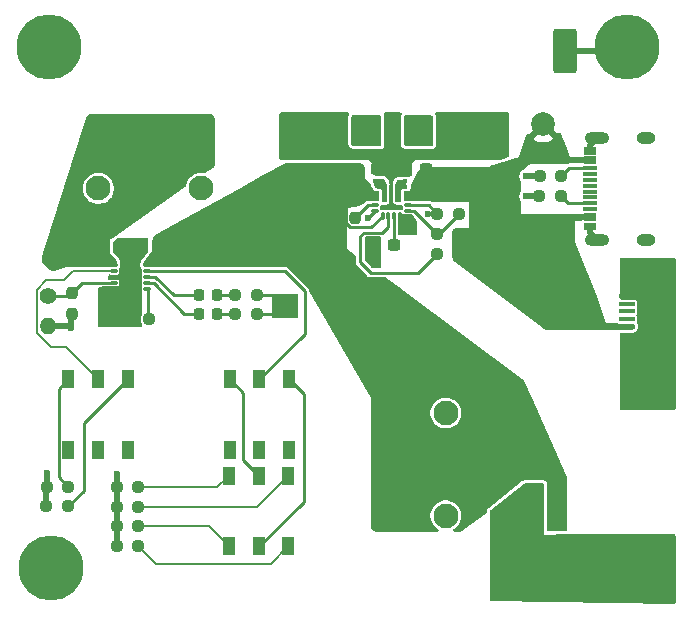
<source format=gtl>
G04 #@! TF.GenerationSoftware,KiCad,Pcbnew,9.0.0*
G04 #@! TF.CreationDate,2025-04-25T18:31:33-04:00*
G04 #@! TF.ProjectId,bq25171_breakout,62713235-3137-4315-9f62-7265616b6f75,rev?*
G04 #@! TF.SameCoordinates,Original*
G04 #@! TF.FileFunction,Copper,L1,Top*
G04 #@! TF.FilePolarity,Positive*
%FSLAX46Y46*%
G04 Gerber Fmt 4.6, Leading zero omitted, Abs format (unit mm)*
G04 Created by KiCad (PCBNEW 9.0.0) date 2025-04-25 18:31:33*
%MOMM*%
%LPD*%
G01*
G04 APERTURE LIST*
G04 Aperture macros list*
%AMRoundRect*
0 Rectangle with rounded corners*
0 $1 Rounding radius*
0 $2 $3 $4 $5 $6 $7 $8 $9 X,Y pos of 4 corners*
0 Add a 4 corners polygon primitive as box body*
4,1,4,$2,$3,$4,$5,$6,$7,$8,$9,$2,$3,0*
0 Add four circle primitives for the rounded corners*
1,1,$1+$1,$2,$3*
1,1,$1+$1,$4,$5*
1,1,$1+$1,$6,$7*
1,1,$1+$1,$8,$9*
0 Add four rect primitives between the rounded corners*
20,1,$1+$1,$2,$3,$4,$5,0*
20,1,$1+$1,$4,$5,$6,$7,0*
20,1,$1+$1,$6,$7,$8,$9,0*
20,1,$1+$1,$8,$9,$2,$3,0*%
G04 Aperture macros list end*
G04 #@! TA.AperFunction,SMDPad,CuDef*
%ADD10RoundRect,0.250000X-1.100000X0.412500X-1.100000X-0.412500X1.100000X-0.412500X1.100000X0.412500X0*%
G04 #@! TD*
G04 #@! TA.AperFunction,SMDPad,CuDef*
%ADD11RoundRect,0.218750X-0.218750X-0.256250X0.218750X-0.256250X0.218750X0.256250X-0.218750X0.256250X0*%
G04 #@! TD*
G04 #@! TA.AperFunction,SMDPad,CuDef*
%ADD12RoundRect,0.006250X0.118750X-0.293750X0.118750X0.293750X-0.118750X0.293750X-0.118750X-0.293750X0*%
G04 #@! TD*
G04 #@! TA.AperFunction,SMDPad,CuDef*
%ADD13RoundRect,0.006250X0.293750X-0.118750X0.293750X0.118750X-0.293750X0.118750X-0.293750X-0.118750X0*%
G04 #@! TD*
G04 #@! TA.AperFunction,SMDPad,CuDef*
%ADD14RoundRect,0.017500X0.332500X-0.407500X0.332500X0.407500X-0.332500X0.407500X-0.332500X-0.407500X0*%
G04 #@! TD*
G04 #@! TA.AperFunction,SMDPad,CuDef*
%ADD15RoundRect,0.008750X0.166250X-0.716250X0.166250X0.716250X-0.166250X0.716250X-0.166250X-0.716250X0*%
G04 #@! TD*
G04 #@! TA.AperFunction,SMDPad,CuDef*
%ADD16RoundRect,0.008750X0.166250X-0.891250X0.166250X0.891250X-0.166250X0.891250X-0.166250X-0.891250X0*%
G04 #@! TD*
G04 #@! TA.AperFunction,SMDPad,CuDef*
%ADD17RoundRect,0.237500X-0.300000X-0.237500X0.300000X-0.237500X0.300000X0.237500X-0.300000X0.237500X0*%
G04 #@! TD*
G04 #@! TA.AperFunction,SMDPad,CuDef*
%ADD18RoundRect,0.250001X-0.499999X-0.999999X0.499999X-0.999999X0.499999X0.999999X-0.499999X0.999999X0*%
G04 #@! TD*
G04 #@! TA.AperFunction,SMDPad,CuDef*
%ADD19RoundRect,0.237500X-0.250000X-0.237500X0.250000X-0.237500X0.250000X0.237500X-0.250000X0.237500X0*%
G04 #@! TD*
G04 #@! TA.AperFunction,SMDPad,CuDef*
%ADD20RoundRect,0.037500X-0.262500X-0.087500X0.262500X-0.087500X0.262500X0.087500X-0.262500X0.087500X0*%
G04 #@! TD*
G04 #@! TA.AperFunction,SMDPad,CuDef*
%ADD21RoundRect,0.041250X-0.258750X-0.096250X0.258750X-0.096250X0.258750X0.096250X-0.258750X0.096250X0*%
G04 #@! TD*
G04 #@! TA.AperFunction,SMDPad,CuDef*
%ADD22R,0.250000X0.500000*%
G04 #@! TD*
G04 #@! TA.AperFunction,SMDPad,CuDef*
%ADD23RoundRect,0.082500X-0.742500X-1.117500X0.742500X-1.117500X0.742500X1.117500X-0.742500X1.117500X0*%
G04 #@! TD*
G04 #@! TA.AperFunction,ComponentPad*
%ADD24C,5.500000*%
G04 #@! TD*
G04 #@! TA.AperFunction,SMDPad,CuDef*
%ADD25R,2.200000X2.000000*%
G04 #@! TD*
G04 #@! TA.AperFunction,SMDPad,CuDef*
%ADD26RoundRect,0.237500X0.237500X-0.250000X0.237500X0.250000X-0.237500X0.250000X-0.237500X-0.250000X0*%
G04 #@! TD*
G04 #@! TA.AperFunction,SMDPad,CuDef*
%ADD27R,1.000000X1.500000*%
G04 #@! TD*
G04 #@! TA.AperFunction,ComponentPad*
%ADD28C,2.100000*%
G04 #@! TD*
G04 #@! TA.AperFunction,SMDPad,CuDef*
%ADD29RoundRect,0.250000X-0.750000X1.650000X-0.750000X-1.650000X0.750000X-1.650000X0.750000X1.650000X0*%
G04 #@! TD*
G04 #@! TA.AperFunction,SMDPad,CuDef*
%ADD30RoundRect,0.237500X0.300000X0.237500X-0.300000X0.237500X-0.300000X-0.237500X0.300000X-0.237500X0*%
G04 #@! TD*
G04 #@! TA.AperFunction,SMDPad,CuDef*
%ADD31RoundRect,0.237500X0.250000X0.237500X-0.250000X0.237500X-0.250000X-0.237500X0.250000X-0.237500X0*%
G04 #@! TD*
G04 #@! TA.AperFunction,ComponentPad*
%ADD32C,2.000000*%
G04 #@! TD*
G04 #@! TA.AperFunction,ComponentPad*
%ADD33C,1.400000*%
G04 #@! TD*
G04 #@! TA.AperFunction,ComponentPad*
%ADD34O,1.400000X1.400000*%
G04 #@! TD*
G04 #@! TA.AperFunction,SMDPad,CuDef*
%ADD35RoundRect,0.250000X-0.475000X0.337500X-0.475000X-0.337500X0.475000X-0.337500X0.475000X0.337500X0*%
G04 #@! TD*
G04 #@! TA.AperFunction,SMDPad,CuDef*
%ADD36R,1.095000X0.300000*%
G04 #@! TD*
G04 #@! TA.AperFunction,SMDPad,CuDef*
%ADD37R,1.150000X0.300000*%
G04 #@! TD*
G04 #@! TA.AperFunction,HeatsinkPad*
%ADD38O,2.100000X1.000000*%
G04 #@! TD*
G04 #@! TA.AperFunction,HeatsinkPad*
%ADD39O,1.600000X1.000000*%
G04 #@! TD*
G04 #@! TA.AperFunction,SMDPad,CuDef*
%ADD40RoundRect,0.100000X0.575000X-0.100000X0.575000X0.100000X-0.575000X0.100000X-0.575000X-0.100000X0*%
G04 #@! TD*
G04 #@! TA.AperFunction,HeatsinkPad*
%ADD41O,1.600000X0.900000*%
G04 #@! TD*
G04 #@! TA.AperFunction,SMDPad,CuDef*
%ADD42RoundRect,0.250000X0.450000X-0.550000X0.450000X0.550000X-0.450000X0.550000X-0.450000X-0.550000X0*%
G04 #@! TD*
G04 #@! TA.AperFunction,SMDPad,CuDef*
%ADD43RoundRect,0.250000X0.700000X-0.700000X0.700000X0.700000X-0.700000X0.700000X-0.700000X-0.700000X0*%
G04 #@! TD*
G04 #@! TA.AperFunction,SMDPad,CuDef*
%ADD44RoundRect,0.250000X-0.250000X-1.500000X0.250000X-1.500000X0.250000X1.500000X-0.250000X1.500000X0*%
G04 #@! TD*
G04 #@! TA.AperFunction,SMDPad,CuDef*
%ADD45RoundRect,0.250001X-0.499999X-1.449999X0.499999X-1.449999X0.499999X1.449999X-0.499999X1.449999X0*%
G04 #@! TD*
G04 #@! TA.AperFunction,SMDPad,CuDef*
%ADD46RoundRect,0.250000X-1.650000X-0.750000X1.650000X-0.750000X1.650000X0.750000X-1.650000X0.750000X0*%
G04 #@! TD*
G04 #@! TA.AperFunction,ViaPad*
%ADD47C,0.600000*%
G04 #@! TD*
G04 #@! TA.AperFunction,ViaPad*
%ADD48C,0.450000*%
G04 #@! TD*
G04 #@! TA.AperFunction,Conductor*
%ADD49C,0.500000*%
G04 #@! TD*
G04 #@! TA.AperFunction,Conductor*
%ADD50C,0.250000*%
G04 #@! TD*
G04 #@! TA.AperFunction,Conductor*
%ADD51C,0.200000*%
G04 #@! TD*
G04 APERTURE END LIST*
D10*
X127130000Y-85487500D03*
X127130000Y-88612500D03*
D11*
X116755000Y-100100000D03*
X118330000Y-100100000D03*
D12*
X132320000Y-91837500D03*
X132820000Y-91837500D03*
X133320000Y-91837500D03*
X133820000Y-91837500D03*
D13*
X134470000Y-91412500D03*
X134470000Y-90912500D03*
D14*
X134470000Y-90162500D03*
X134470000Y-90162500D03*
D15*
X133570000Y-89912500D03*
D16*
X133070000Y-90087500D03*
D15*
X132570000Y-89912500D03*
D14*
X131670000Y-90162500D03*
X131670000Y-90162500D03*
D13*
X131670000Y-90912500D03*
X131670000Y-91412500D03*
D17*
X131567500Y-94250000D03*
X133292500Y-94250000D03*
D18*
X131380000Y-84600000D03*
X135080000Y-84600000D03*
D19*
X109817500Y-118100000D03*
X111642500Y-118100000D03*
D20*
X109580000Y-96000000D03*
X109580000Y-96500000D03*
X109580000Y-97000000D03*
X109580000Y-97500000D03*
X109580000Y-98000000D03*
X112380000Y-98000000D03*
D21*
X112380000Y-97512500D03*
D20*
X112380000Y-97000000D03*
X112380000Y-96500000D03*
X112380000Y-96000000D03*
D22*
X110730000Y-95550000D03*
X110730000Y-98450000D03*
D23*
X110980000Y-97000000D03*
D22*
X111230000Y-95550000D03*
X111230000Y-98450000D03*
D24*
X104230000Y-121650000D03*
D25*
X124030000Y-99400000D03*
X132830000Y-99400000D03*
D26*
X106030000Y-100150000D03*
X106030000Y-98325000D03*
D19*
X119867500Y-98550000D03*
X121692500Y-98550000D03*
X110717500Y-100550000D03*
X112542500Y-100550000D03*
D27*
X124380000Y-105650000D03*
X121880000Y-105650000D03*
X119380000Y-105650000D03*
X119380000Y-111650000D03*
X121880000Y-111650000D03*
X124380000Y-111650000D03*
D19*
X119867500Y-100100000D03*
X121692500Y-100100000D03*
D28*
X116967500Y-84410000D03*
X108267500Y-84410000D03*
X116967500Y-89490000D03*
X108267500Y-89490000D03*
D27*
X119330000Y-119800000D03*
X121830000Y-119800000D03*
X124330000Y-119800000D03*
X124330000Y-113800000D03*
X121830000Y-113800000D03*
X119330000Y-113800000D03*
D10*
X139430000Y-85637500D03*
X139430000Y-88762500D03*
D29*
X147730000Y-77850000D03*
D30*
X110142500Y-94350000D03*
X108417500Y-94350000D03*
D24*
X153030000Y-77500000D03*
D19*
X103867500Y-116400000D03*
X105692500Y-116400000D03*
D17*
X111817500Y-94350000D03*
X113542500Y-94350000D03*
D31*
X138742500Y-93350000D03*
X136917500Y-93350000D03*
D32*
X142930000Y-106650000D03*
D19*
X103880000Y-114750000D03*
X105705000Y-114750000D03*
D24*
X104080000Y-77500000D03*
D11*
X116755000Y-98550000D03*
X118330000Y-98550000D03*
D33*
X104030000Y-98617500D03*
D34*
X104030000Y-101157500D03*
D31*
X147442500Y-88450000D03*
X145617500Y-88450000D03*
D32*
X145930000Y-84050000D03*
D35*
X124480000Y-85962500D03*
X124480000Y-88037500D03*
D24*
X154330000Y-121650000D03*
D36*
X149882500Y-92850000D03*
X149882500Y-92050000D03*
D37*
X149910000Y-90750000D03*
X149910000Y-89750000D03*
X149910000Y-89250000D03*
X149910000Y-88250000D03*
D36*
X149882500Y-86950000D03*
X149882500Y-86150000D03*
X149882500Y-86450000D03*
X149882500Y-87250000D03*
D37*
X149910000Y-87750000D03*
X149910000Y-88750000D03*
X149910000Y-90250000D03*
X149910000Y-91250000D03*
D36*
X149882500Y-91750000D03*
X149882500Y-92550000D03*
D38*
X150475000Y-93820000D03*
D39*
X154655000Y-93820000D03*
D38*
X150475000Y-85180000D03*
D39*
X154655000Y-85180000D03*
D19*
X136917500Y-95050000D03*
X138742500Y-95050000D03*
D26*
X130030000Y-91962500D03*
X130030000Y-90137500D03*
D35*
X142130000Y-86012500D03*
X142130000Y-88087500D03*
D17*
X130167500Y-87850000D03*
X131892500Y-87850000D03*
D19*
X109817500Y-119750000D03*
X111642500Y-119750000D03*
D40*
X153055000Y-101200000D03*
X153055000Y-100550000D03*
X153055000Y-99900000D03*
X153055000Y-99250000D03*
X153055000Y-98600000D03*
D41*
X155730000Y-103200000D03*
D42*
X153280000Y-103100000D03*
D43*
X155730000Y-101100000D03*
X155730000Y-98700000D03*
D42*
X153280000Y-96700000D03*
D41*
X155730000Y-96600000D03*
D28*
X132600000Y-108500000D03*
X132600000Y-117200000D03*
X137680000Y-108500000D03*
X137680000Y-117200000D03*
D32*
X104580000Y-95350000D03*
D19*
X109817500Y-114800000D03*
X111642500Y-114800000D03*
D27*
X105730000Y-111650000D03*
X108230000Y-111650000D03*
X110730000Y-111650000D03*
X110730000Y-105650000D03*
X108230000Y-105650000D03*
X105730000Y-105650000D03*
D31*
X147430000Y-90150000D03*
X145605000Y-90150000D03*
D17*
X134267500Y-87850000D03*
X135992500Y-87850000D03*
D44*
X145030000Y-116537500D03*
X147030000Y-116537500D03*
D45*
X142680000Y-122287500D03*
X149380000Y-122287500D03*
D46*
X154330000Y-107250000D03*
D19*
X109817500Y-116450000D03*
X111642500Y-116450000D03*
D31*
X138792500Y-91650000D03*
X136967500Y-91650000D03*
D47*
X134030000Y-92550000D03*
X141780000Y-85050000D03*
D48*
X133730000Y-91100000D03*
D47*
X131630000Y-95950000D03*
X105930000Y-101337500D03*
X131930000Y-95350000D03*
X142430000Y-85050000D03*
X110630000Y-99250000D03*
X126830000Y-84400000D03*
X137330000Y-85300000D03*
X144430000Y-90150000D03*
X108530000Y-98125000D03*
D48*
X132430000Y-91100000D03*
D47*
X124830000Y-84850000D03*
D48*
X111580000Y-97000000D03*
D47*
X103875650Y-113553957D03*
D48*
X110980000Y-97950000D03*
X110430000Y-97000000D03*
D47*
X131130000Y-91950000D03*
X111330000Y-99250000D03*
X139780000Y-84550000D03*
X124180000Y-84850000D03*
X137330000Y-85950000D03*
X128980000Y-85150000D03*
X144430000Y-88450000D03*
X136130000Y-91650000D03*
X139130000Y-84550000D03*
D48*
X110980000Y-96050000D03*
D47*
X131230000Y-95350000D03*
X128980000Y-85800000D03*
X134730000Y-92650000D03*
X109830000Y-113650000D03*
X127480000Y-84400000D03*
X134330000Y-93150000D03*
D48*
X131980000Y-89350000D03*
D47*
X130030000Y-83700000D03*
D48*
X131730000Y-88850000D03*
X132280000Y-88850000D03*
D47*
X130030000Y-84900000D03*
X130030000Y-85500000D03*
X130030000Y-84300000D03*
X136230000Y-84300000D03*
X136230000Y-83700000D03*
X136230000Y-84900000D03*
D48*
X134230000Y-88850000D03*
D47*
X136230000Y-85500000D03*
D48*
X134237152Y-89362500D03*
X133730000Y-88900000D03*
D49*
X149882500Y-92850000D02*
X149882500Y-93227500D01*
X149882500Y-93227500D02*
X150475000Y-93820000D01*
X149882500Y-86150000D02*
X149882500Y-85772500D01*
X149882500Y-85772500D02*
X150475000Y-85180000D01*
D50*
X118330000Y-98550000D02*
X119867500Y-98550000D01*
X112455000Y-97000000D02*
X113080000Y-97000000D01*
X113080000Y-97000000D02*
X114630000Y-98550000D01*
X114630000Y-98550000D02*
X116755000Y-98550000D01*
X112455000Y-97512500D02*
X112954690Y-97512500D01*
X115542190Y-100100000D02*
X116755000Y-100100000D01*
X112954690Y-97512500D02*
X115542190Y-100100000D01*
X118330000Y-100100000D02*
X119867500Y-100100000D01*
D49*
X103867500Y-114762500D02*
X103880000Y-114750000D01*
X109817500Y-118100000D02*
X109817500Y-116450000D01*
X145605000Y-90150000D02*
X144430000Y-90150000D01*
X105750000Y-101157500D02*
X105930000Y-101337500D01*
X145617500Y-88450000D02*
X144430000Y-88450000D01*
X109817500Y-113662500D02*
X109830000Y-113650000D01*
X103880000Y-114750000D02*
X103880000Y-113558307D01*
X103867500Y-116400000D02*
X103867500Y-114762500D01*
D50*
X108655000Y-98000000D02*
X108530000Y-98125000D01*
D49*
X152680000Y-77850000D02*
X153030000Y-77500000D01*
X104030000Y-101157500D02*
X105750000Y-101157500D01*
X105930000Y-101337500D02*
X105930000Y-100250000D01*
D50*
X134470000Y-90912500D02*
X136230000Y-90912500D01*
D49*
X147730000Y-77850000D02*
X152680000Y-77850000D01*
D50*
X136230000Y-90912500D02*
X136967500Y-91650000D01*
D49*
X105930000Y-100250000D02*
X106030000Y-100150000D01*
X109817500Y-119750000D02*
X109817500Y-118100000D01*
D50*
X131667500Y-91412500D02*
X131130000Y-91950000D01*
D49*
X109817500Y-114800000D02*
X109817500Y-113662500D01*
X103880000Y-113558307D02*
X103875650Y-113553957D01*
D50*
X109505000Y-98000000D02*
X108655000Y-98000000D01*
D49*
X109817500Y-116450000D02*
X109817500Y-114800000D01*
D50*
X131670000Y-91412500D02*
X131667500Y-91412500D01*
X136967500Y-91650000D02*
X136130000Y-91650000D01*
X112455000Y-98000000D02*
X112455000Y-100462500D01*
X112455000Y-100462500D02*
X112542500Y-100550000D01*
X105737500Y-98617500D02*
X106030000Y-98325000D01*
X104030000Y-98617500D02*
X105737500Y-98617500D01*
X106030000Y-98325000D02*
X106855000Y-97500000D01*
X106855000Y-97500000D02*
X109505000Y-97500000D01*
X131381500Y-92776000D02*
X129552510Y-92776000D01*
X129229000Y-92452490D02*
X129229000Y-90938500D01*
X129552510Y-92776000D02*
X129229000Y-92452490D01*
X129229000Y-90938500D02*
X130030000Y-90137500D01*
X132320000Y-91837500D02*
X131381500Y-92776000D01*
X133320000Y-91837500D02*
X133320000Y-94222500D01*
X133320000Y-94222500D02*
X133292500Y-94250000D01*
X149460000Y-87750000D02*
X148142500Y-87750000D01*
X148142500Y-87750000D02*
X147442500Y-88450000D01*
X148030000Y-90750000D02*
X147430000Y-90150000D01*
X149460000Y-90750000D02*
X148030000Y-90750000D01*
X123180000Y-98550000D02*
X124030000Y-99400000D01*
X121692500Y-100100000D02*
X123330000Y-100100000D01*
X121692500Y-98550000D02*
X123180000Y-98550000D01*
X123330000Y-100100000D02*
X124030000Y-99400000D01*
D51*
X111642500Y-116450000D02*
X121680000Y-116450000D01*
X121680000Y-116450000D02*
X124330000Y-113800000D01*
D50*
X107030000Y-109350000D02*
X107030000Y-115062500D01*
X110730000Y-105650000D02*
X107030000Y-109350000D01*
X107030000Y-115062500D02*
X105692500Y-116400000D01*
X131080000Y-90912500D02*
X131670000Y-90912500D01*
X130030000Y-91962500D02*
X131080000Y-90912500D01*
X104904000Y-106476000D02*
X104904000Y-113949000D01*
X104904000Y-113949000D02*
X105705000Y-114750000D01*
X105730000Y-105650000D02*
X104904000Y-106476000D01*
X134470000Y-91412500D02*
X134980000Y-91412500D01*
X134980000Y-91412500D02*
X136917500Y-93350000D01*
X136917500Y-93350000D02*
X137092500Y-93350000D01*
X137092500Y-93350000D02*
X138792500Y-91650000D01*
X132820000Y-91837500D02*
X132820000Y-92736490D01*
X132306490Y-93250000D02*
X130730000Y-93250000D01*
X130730000Y-93250000D02*
X130430000Y-93550000D01*
X130430000Y-93550000D02*
X130430000Y-95750000D01*
X130430000Y-95750000D02*
X131330000Y-96650000D01*
X131330000Y-96650000D02*
X135317500Y-96650000D01*
X135317500Y-96650000D02*
X136917500Y-95050000D01*
X132820000Y-92736490D02*
X132306490Y-93250000D01*
D51*
X118330000Y-114800000D02*
X119330000Y-113800000D01*
X111642500Y-114800000D02*
X118330000Y-114800000D01*
X122880000Y-121250000D02*
X124330000Y-119800000D01*
X113142500Y-121250000D02*
X122880000Y-121250000D01*
X111642500Y-119750000D02*
X113142500Y-121250000D01*
X111642500Y-118100000D02*
X117630000Y-118100000D01*
X117630000Y-118100000D02*
X119330000Y-119800000D01*
X105330000Y-97250000D02*
X106080000Y-96500000D01*
X103029000Y-101748000D02*
X103029000Y-98051000D01*
X103029000Y-98051000D02*
X103830000Y-97250000D01*
X105531000Y-102951000D02*
X104232000Y-102951000D01*
X108230000Y-105650000D02*
X105531000Y-102951000D01*
X106080000Y-96500000D02*
X109505000Y-96500000D01*
X103830000Y-97250000D02*
X105330000Y-97250000D01*
X104232000Y-102951000D02*
X103029000Y-101748000D01*
D50*
X124380000Y-105650000D02*
X125630000Y-106900000D01*
X125630000Y-116000000D02*
X121830000Y-119800000D01*
X125630000Y-106900000D02*
X125630000Y-116000000D01*
X120530000Y-112500000D02*
X121830000Y-113800000D01*
X119380000Y-105650000D02*
X120530000Y-106800000D01*
X120530000Y-106800000D02*
X120530000Y-112500000D01*
X112455000Y-96500000D02*
X124080000Y-96500000D01*
X124080000Y-96500000D02*
X125730000Y-98150000D01*
X125730000Y-101800000D02*
X121880000Y-105650000D01*
X125730000Y-98150000D02*
X125730000Y-101800000D01*
G04 #@! TA.AperFunction,Conductor*
G36*
X132173039Y-83319685D02*
G01*
X132218794Y-83372489D01*
X132230000Y-83424000D01*
X132230000Y-85773544D01*
X132210315Y-85840583D01*
X132157511Y-85886338D01*
X132103569Y-85897520D01*
X129801569Y-85852383D01*
X129734928Y-85831388D01*
X129690217Y-85777697D01*
X129680000Y-85728407D01*
X129680000Y-83424000D01*
X129699685Y-83356961D01*
X129752489Y-83311206D01*
X129804000Y-83300000D01*
X132106000Y-83300000D01*
X132173039Y-83319685D01*
G37*
G04 #@! TD.AperFunction*
G04 #@! TA.AperFunction,Conductor*
G36*
X117643588Y-83151045D02*
G01*
X117748023Y-83164695D01*
X117779077Y-83172954D01*
X117868973Y-83209894D01*
X117896866Y-83225859D01*
X117974244Y-83284660D01*
X117997098Y-83307259D01*
X118056763Y-83383970D01*
X118073041Y-83411682D01*
X118110988Y-83501153D01*
X118119597Y-83532119D01*
X118134419Y-83636393D01*
X118135645Y-83652451D01*
X118176914Y-87325412D01*
X118175512Y-87345454D01*
X118155791Y-87475090D01*
X118143452Y-87513192D01*
X118088115Y-87620695D01*
X118064275Y-87652878D01*
X117970229Y-87744256D01*
X117954732Y-87757043D01*
X117326402Y-88195078D01*
X117260150Y-88217269D01*
X117236090Y-88215830D01*
X117069852Y-88189500D01*
X116865148Y-88189500D01*
X116840829Y-88193351D01*
X116662965Y-88221522D01*
X116468276Y-88284781D01*
X116285886Y-88377715D01*
X116120286Y-88498028D01*
X115975528Y-88642786D01*
X115855215Y-88808386D01*
X115762281Y-88990778D01*
X115699022Y-89185468D01*
X115681618Y-89295349D01*
X115651688Y-89358484D01*
X115630059Y-89377671D01*
X109497755Y-93652764D01*
X109497747Y-93652769D01*
X109280000Y-93804569D01*
X109280000Y-93804571D01*
X109280000Y-94970000D01*
X109395888Y-95109066D01*
X109395889Y-95109067D01*
X109757196Y-95542635D01*
X109769482Y-95560291D01*
X109839307Y-95681945D01*
X109853896Y-95722243D01*
X109878134Y-95860389D01*
X109880000Y-95881818D01*
X109880000Y-95907787D01*
X109877617Y-95931981D01*
X109867303Y-95983827D01*
X109864113Y-95991526D01*
X109864022Y-95996682D01*
X109848790Y-96028521D01*
X109826340Y-96062122D01*
X109792128Y-96096335D01*
X109781254Y-96103601D01*
X109773987Y-96105876D01*
X109772729Y-96106928D01*
X109769222Y-96107368D01*
X109714577Y-96124480D01*
X109712362Y-96124500D01*
X109274503Y-96124500D01*
X109274494Y-96124501D01*
X109250419Y-96127293D01*
X109250415Y-96127294D01*
X109224055Y-96138934D01*
X109173969Y-96149500D01*
X106029561Y-96149500D01*
X106021932Y-96150000D01*
X105479998Y-96150000D01*
X104625314Y-96447280D01*
X104608982Y-96451737D01*
X104500471Y-96473519D01*
X104466753Y-96475594D01*
X104364925Y-96467924D01*
X104331900Y-96460822D01*
X104235921Y-96425955D01*
X104206036Y-96410202D01*
X104116071Y-96345738D01*
X104103015Y-96334961D01*
X103613492Y-95871203D01*
X103601780Y-95858441D01*
X103531235Y-95769874D01*
X103513681Y-95740106D01*
X103473676Y-95643605D01*
X103465023Y-95610155D01*
X103453207Y-95506367D01*
X103454121Y-95471819D01*
X103472859Y-95360157D01*
X103476912Y-95343316D01*
X103594880Y-94970000D01*
X105358903Y-89387648D01*
X106967000Y-89387648D01*
X106967000Y-89592351D01*
X106999022Y-89794534D01*
X107062281Y-89989223D01*
X107155215Y-90171613D01*
X107275528Y-90337213D01*
X107420286Y-90481971D01*
X107575249Y-90594556D01*
X107585890Y-90602287D01*
X107702107Y-90661503D01*
X107768276Y-90695218D01*
X107768278Y-90695218D01*
X107768281Y-90695220D01*
X107872637Y-90729127D01*
X107962965Y-90758477D01*
X108064057Y-90774488D01*
X108165148Y-90790500D01*
X108165149Y-90790500D01*
X108369851Y-90790500D01*
X108369852Y-90790500D01*
X108572034Y-90758477D01*
X108766719Y-90695220D01*
X108949110Y-90602287D01*
X109042090Y-90534732D01*
X109114713Y-90481971D01*
X109114715Y-90481968D01*
X109114719Y-90481966D01*
X109259466Y-90337219D01*
X109259468Y-90337215D01*
X109259471Y-90337213D01*
X109312232Y-90264590D01*
X109379787Y-90171610D01*
X109472720Y-89989219D01*
X109535977Y-89794534D01*
X109568000Y-89592352D01*
X109568000Y-89387648D01*
X109535977Y-89185466D01*
X109472720Y-88990781D01*
X109472718Y-88990778D01*
X109472718Y-88990776D01*
X109439003Y-88924607D01*
X109379787Y-88808390D01*
X109372056Y-88797749D01*
X109259471Y-88642786D01*
X109114713Y-88498028D01*
X108949113Y-88377715D01*
X108949112Y-88377714D01*
X108949110Y-88377713D01*
X108892153Y-88348691D01*
X108766723Y-88284781D01*
X108572034Y-88221522D01*
X108397495Y-88193878D01*
X108369852Y-88189500D01*
X108165148Y-88189500D01*
X108140829Y-88193351D01*
X107962965Y-88221522D01*
X107768276Y-88284781D01*
X107585886Y-88377715D01*
X107420286Y-88498028D01*
X107275528Y-88642786D01*
X107155215Y-88808386D01*
X107062281Y-88990776D01*
X106999022Y-89185465D01*
X106967000Y-89387648D01*
X105358903Y-89387648D01*
X107216651Y-83508698D01*
X107223998Y-83490573D01*
X107281238Y-83376238D01*
X107303991Y-83344520D01*
X107386938Y-83260729D01*
X107418424Y-83237657D01*
X107523320Y-83183809D01*
X107560417Y-83171673D01*
X107672006Y-83153884D01*
X107686673Y-83151546D01*
X107706194Y-83150000D01*
X117627519Y-83150000D01*
X117643588Y-83151045D01*
G37*
G04 #@! TD.AperFunction*
G04 #@! TA.AperFunction,Conductor*
G36*
X129533735Y-87322797D02*
G01*
X129536171Y-87322814D01*
X129538647Y-87322843D01*
X130336107Y-87334291D01*
X130355246Y-87336056D01*
X130479023Y-87357253D01*
X130515356Y-87369489D01*
X130618073Y-87422975D01*
X130648937Y-87445730D01*
X130730403Y-87528043D01*
X130731609Y-87529714D01*
X130732545Y-87530263D01*
X130752838Y-87559140D01*
X130805259Y-87662403D01*
X130817121Y-87698869D01*
X130837034Y-87822848D01*
X130838602Y-87842014D01*
X130841648Y-88600271D01*
X130841649Y-88600273D01*
X131264595Y-89004830D01*
X131286270Y-89032437D01*
X131293931Y-89045706D01*
X131304492Y-89069442D01*
X131307205Y-89077807D01*
X131381645Y-89245297D01*
X131487170Y-89482729D01*
X131497543Y-89501272D01*
X131510043Y-89523618D01*
X131535660Y-89560916D01*
X131535670Y-89560930D01*
X131565619Y-89596952D01*
X131572761Y-89604094D01*
X131592465Y-89629772D01*
X131596648Y-89637016D01*
X131599505Y-89641964D01*
X131688036Y-89730495D01*
X131796464Y-89793095D01*
X131917399Y-89825500D01*
X131917402Y-89825500D01*
X131923093Y-89827025D01*
X131982753Y-89863390D01*
X132013282Y-89926237D01*
X132014999Y-89946800D01*
X132014999Y-90270975D01*
X132013468Y-90290401D01*
X132012972Y-90293528D01*
X132000988Y-90330397D01*
X131960506Y-90409847D01*
X131937703Y-90441233D01*
X131878253Y-90500682D01*
X131816933Y-90534166D01*
X131790574Y-90537000D01*
X131719436Y-90537000D01*
X131719435Y-90537000D01*
X131129436Y-90537000D01*
X131030564Y-90537000D01*
X131023567Y-90538875D01*
X130935060Y-90562590D01*
X130935059Y-90562591D01*
X130849436Y-90612026D01*
X130849437Y-90612026D01*
X130798479Y-90662984D01*
X130668485Y-90792977D01*
X130625318Y-90821030D01*
X130098935Y-91023486D01*
X130090833Y-91026284D01*
X130037114Y-91042786D01*
X130020431Y-91046673D01*
X129964946Y-91055615D01*
X129956444Y-91056686D01*
X129351755Y-91111659D01*
X129351755Y-91475386D01*
X129343937Y-91518719D01*
X129310750Y-91607697D01*
X129310748Y-91607704D01*
X129304500Y-91665809D01*
X129304500Y-92259190D01*
X129310748Y-92317299D01*
X129343937Y-92406279D01*
X129351755Y-92449613D01*
X129351755Y-94650000D01*
X130003401Y-95123596D01*
X130046058Y-95178930D01*
X130054500Y-95223901D01*
X130054500Y-95799437D01*
X130066301Y-95843481D01*
X130080088Y-95894934D01*
X130080089Y-95894937D01*
X130080090Y-95894938D01*
X130099790Y-95929059D01*
X130129526Y-95980563D01*
X131029525Y-96880562D01*
X131099438Y-96950475D01*
X131185062Y-96999910D01*
X131232811Y-97012705D01*
X131232812Y-97012705D01*
X131242903Y-97015408D01*
X131280564Y-97025500D01*
X131280565Y-97025500D01*
X131280566Y-97025500D01*
X132580035Y-97025500D01*
X132647074Y-97045185D01*
X132652935Y-97049193D01*
X133968163Y-98005059D01*
X134027115Y-98047903D01*
X134027430Y-98048132D01*
X134029628Y-98049740D01*
X134030276Y-98050217D01*
X134032505Y-98051870D01*
X134032809Y-98052097D01*
X134163986Y-98150000D01*
X144169526Y-105617549D01*
X144181525Y-105627752D01*
X144255635Y-105699370D01*
X144275295Y-105723914D01*
X144329003Y-105811866D01*
X144336343Y-105825807D01*
X144974172Y-107250000D01*
X147883656Y-113746519D01*
X147888355Y-113758691D01*
X147914890Y-113839904D01*
X147920336Y-113865386D01*
X147929314Y-113950357D01*
X147930000Y-113963386D01*
X147930000Y-118250245D01*
X147928512Y-118269399D01*
X147909276Y-118392438D01*
X147879472Y-118455632D01*
X147820235Y-118492681D01*
X147789239Y-118497259D01*
X146411975Y-118524755D01*
X146344556Y-118506413D01*
X146297756Y-118454533D01*
X146285500Y-118400780D01*
X146285500Y-114574000D01*
X146279661Y-114519687D01*
X146268455Y-114468176D01*
X146261219Y-114441802D01*
X146261216Y-114441796D01*
X146211894Y-114355181D01*
X146211890Y-114355176D01*
X146211888Y-114355172D01*
X146166133Y-114302368D01*
X146133359Y-114270743D01*
X146045024Y-114224535D01*
X146045023Y-114224534D01*
X146045022Y-114224534D01*
X146045022Y-114224533D01*
X145977990Y-114204851D01*
X145977978Y-114204848D01*
X145906001Y-114194500D01*
X145906000Y-114194500D01*
X144373204Y-114194500D01*
X144371970Y-114194530D01*
X144360518Y-114194814D01*
X144348231Y-114195425D01*
X144264973Y-114213805D01*
X144200212Y-114240041D01*
X144137385Y-114276661D01*
X141318181Y-116512581D01*
X141318178Y-116512584D01*
X141287538Y-116541288D01*
X141287530Y-116541296D01*
X141260275Y-116571402D01*
X141250743Y-116582559D01*
X141250743Y-116582560D01*
X141204534Y-116670896D01*
X141204533Y-116670897D01*
X141184851Y-116737929D01*
X141184848Y-116737941D01*
X141174500Y-116809918D01*
X141174500Y-116830198D01*
X141154815Y-116897237D01*
X141126372Y-116928277D01*
X139173199Y-118439222D01*
X139156104Y-118450327D01*
X139083782Y-118489259D01*
X139038964Y-118513385D01*
X139000509Y-118526523D01*
X138893989Y-118544217D01*
X138869265Y-118548324D01*
X138848948Y-118550000D01*
X138411569Y-118550000D01*
X138344530Y-118530315D01*
X138298775Y-118477511D01*
X138288831Y-118408353D01*
X138317856Y-118344797D01*
X138355274Y-118315514D01*
X138361610Y-118312287D01*
X138420641Y-118269399D01*
X138527213Y-118191971D01*
X138527215Y-118191968D01*
X138527219Y-118191966D01*
X138671966Y-118047219D01*
X138671968Y-118047215D01*
X138671971Y-118047213D01*
X138724732Y-117974590D01*
X138792287Y-117881610D01*
X138885220Y-117699219D01*
X138948477Y-117504534D01*
X138980500Y-117302352D01*
X138980500Y-117097648D01*
X138948477Y-116895466D01*
X138885220Y-116700781D01*
X138885218Y-116700778D01*
X138885218Y-116700776D01*
X138851503Y-116634607D01*
X138792287Y-116518390D01*
X138784556Y-116507749D01*
X138671971Y-116352786D01*
X138527213Y-116208028D01*
X138361613Y-116087715D01*
X138361612Y-116087714D01*
X138361610Y-116087713D01*
X138304653Y-116058691D01*
X138179223Y-115994781D01*
X137984534Y-115931522D01*
X137809995Y-115903878D01*
X137782352Y-115899500D01*
X137577648Y-115899500D01*
X137553329Y-115903351D01*
X137375465Y-115931522D01*
X137180776Y-115994781D01*
X136998386Y-116087715D01*
X136832786Y-116208028D01*
X136688028Y-116352786D01*
X136567715Y-116518386D01*
X136474781Y-116700776D01*
X136411522Y-116895465D01*
X136379500Y-117097648D01*
X136379500Y-117302351D01*
X136411522Y-117504534D01*
X136474781Y-117699223D01*
X136567715Y-117881613D01*
X136688028Y-118047213D01*
X136832786Y-118191971D01*
X136998385Y-118312284D01*
X136998387Y-118312285D01*
X136998390Y-118312287D01*
X137004724Y-118315514D01*
X137055521Y-118363488D01*
X137072317Y-118431309D01*
X137049781Y-118497444D01*
X136995066Y-118540896D01*
X136948431Y-118550000D01*
X131838126Y-118550000D01*
X131821941Y-118548939D01*
X131808917Y-118547224D01*
X131716775Y-118535093D01*
X131685508Y-118526715D01*
X131595081Y-118489259D01*
X131567048Y-118473074D01*
X131489398Y-118413491D01*
X131466508Y-118390601D01*
X131445703Y-118363488D01*
X131426549Y-118338526D01*
X131406925Y-118312951D01*
X131390740Y-118284918D01*
X131353284Y-118194491D01*
X131344906Y-118163223D01*
X131331061Y-118058059D01*
X131330000Y-118041874D01*
X131330000Y-108397648D01*
X136379500Y-108397648D01*
X136379500Y-108602351D01*
X136411522Y-108804534D01*
X136474781Y-108999223D01*
X136567715Y-109181613D01*
X136688028Y-109347213D01*
X136832786Y-109491971D01*
X136987749Y-109604556D01*
X136998390Y-109612287D01*
X137114607Y-109671503D01*
X137180776Y-109705218D01*
X137180778Y-109705218D01*
X137180781Y-109705220D01*
X137285137Y-109739127D01*
X137375465Y-109768477D01*
X137476557Y-109784488D01*
X137577648Y-109800500D01*
X137577649Y-109800500D01*
X137782351Y-109800500D01*
X137782352Y-109800500D01*
X137984534Y-109768477D01*
X138179219Y-109705220D01*
X138361610Y-109612287D01*
X138454590Y-109544732D01*
X138527213Y-109491971D01*
X138527215Y-109491968D01*
X138527219Y-109491966D01*
X138671966Y-109347219D01*
X138671968Y-109347215D01*
X138671971Y-109347213D01*
X138724732Y-109274590D01*
X138792287Y-109181610D01*
X138885220Y-108999219D01*
X138948477Y-108804534D01*
X138980500Y-108602352D01*
X138980500Y-108397648D01*
X138948477Y-108195466D01*
X138885220Y-108000781D01*
X138885218Y-108000778D01*
X138885218Y-108000776D01*
X138851503Y-107934607D01*
X138792287Y-107818390D01*
X138784556Y-107807749D01*
X138671971Y-107652786D01*
X138527213Y-107508028D01*
X138361613Y-107387715D01*
X138361612Y-107387714D01*
X138361610Y-107387713D01*
X138304653Y-107358691D01*
X138179223Y-107294781D01*
X137984534Y-107231522D01*
X137809995Y-107203878D01*
X137782352Y-107199500D01*
X137577648Y-107199500D01*
X137553329Y-107203351D01*
X137375465Y-107231522D01*
X137180776Y-107294781D01*
X136998386Y-107387715D01*
X136832786Y-107508028D01*
X136688028Y-107652786D01*
X136567715Y-107818386D01*
X136474781Y-108000776D01*
X136411522Y-108195465D01*
X136379500Y-108397648D01*
X131330000Y-108397648D01*
X131330000Y-107250000D01*
X131329999Y-107249999D01*
X131301142Y-107199500D01*
X126130000Y-98150000D01*
X126129994Y-98149994D01*
X126126601Y-98145437D01*
X126106276Y-98103464D01*
X126105500Y-98100567D01*
X126105500Y-98100565D01*
X126079910Y-98005062D01*
X126030475Y-97919438D01*
X125960562Y-97849525D01*
X124310563Y-96199526D01*
X124310562Y-96199525D01*
X124280093Y-96181933D01*
X124248081Y-96163451D01*
X124248077Y-96163449D01*
X124225794Y-96150584D01*
X124225238Y-96150000D01*
X124224602Y-96150000D01*
X124200734Y-96143604D01*
X124200733Y-96143604D01*
X124139859Y-96127293D01*
X124129436Y-96124500D01*
X124129435Y-96124500D01*
X112405565Y-96124500D01*
X112405563Y-96124500D01*
X112179500Y-96124500D01*
X112170814Y-96121949D01*
X112161853Y-96123238D01*
X112137812Y-96112259D01*
X112112461Y-96104815D01*
X112106533Y-96097974D01*
X112098297Y-96094213D01*
X112084007Y-96071978D01*
X112066706Y-96052011D01*
X112064418Y-96041496D01*
X112060523Y-96035435D01*
X112055500Y-96000500D01*
X112055500Y-95881481D01*
X112069035Y-95825147D01*
X112113794Y-95737379D01*
X112123967Y-95720795D01*
X112734368Y-94881494D01*
X112830000Y-94750000D01*
X112830000Y-93900026D01*
X112831091Y-93883612D01*
X112832649Y-93871939D01*
X112845333Y-93776972D01*
X112853946Y-93745304D01*
X112892448Y-93653805D01*
X112909068Y-93625509D01*
X112970238Y-93547317D01*
X112993704Y-93524373D01*
X113079908Y-93460002D01*
X113093699Y-93451065D01*
X114599482Y-92611494D01*
X120177717Y-89501272D01*
X120180004Y-89500007D01*
X120182311Y-89498744D01*
X122227430Y-88387816D01*
X124110531Y-87364897D01*
X124124616Y-87358354D01*
X124219378Y-87321365D01*
X124249471Y-87313788D01*
X124296329Y-87308082D01*
X124310074Y-87306409D01*
X124325062Y-87305500D01*
X125509951Y-87305500D01*
X129533735Y-87322797D01*
G37*
G04 #@! TD.AperFunction*
G04 #@! TA.AperFunction,Conductor*
G36*
X145464075Y-84242993D02*
G01*
X145529901Y-84357007D01*
X145622993Y-84450099D01*
X145737007Y-84515925D01*
X145800590Y-84532962D01*
X145060893Y-85272658D01*
X145143828Y-85332914D01*
X145354197Y-85440102D01*
X145578752Y-85513065D01*
X145578751Y-85513065D01*
X145811948Y-85550000D01*
X146048052Y-85550000D01*
X146281247Y-85513065D01*
X146505802Y-85440102D01*
X146716163Y-85332918D01*
X146716169Y-85332914D01*
X146799104Y-85272658D01*
X146799105Y-85272658D01*
X146059408Y-84532962D01*
X146122993Y-84515925D01*
X146237007Y-84450099D01*
X146330099Y-84357007D01*
X146395925Y-84242993D01*
X146412962Y-84179409D01*
X147152658Y-84919105D01*
X147152658Y-84919104D01*
X147212914Y-84836169D01*
X147212920Y-84836159D01*
X147214780Y-84832511D01*
X147262753Y-84781714D01*
X147330574Y-84764917D01*
X147396709Y-84787453D01*
X147440162Y-84842167D01*
X147440545Y-84843122D01*
X147923548Y-86062019D01*
X148218975Y-86807553D01*
X143883554Y-86798815D01*
X144494817Y-84960376D01*
X144534645Y-84902978D01*
X144599188Y-84876220D01*
X144667951Y-84888604D01*
X144703584Y-84918809D01*
X144707340Y-84919105D01*
X145447037Y-84179408D01*
X145464075Y-84242993D01*
G37*
G04 #@! TD.AperFunction*
G04 #@! TA.AperFunction,Conductor*
G36*
X132173039Y-93569685D02*
G01*
X132218794Y-93622489D01*
X132230000Y-93674000D01*
X132230000Y-96126000D01*
X132210315Y-96193039D01*
X132157511Y-96238794D01*
X132106000Y-96250000D01*
X131487032Y-96250000D01*
X131419993Y-96230315D01*
X131392884Y-96206698D01*
X130859852Y-95584827D01*
X130831169Y-95521116D01*
X130830000Y-95504129D01*
X130830000Y-93674000D01*
X130849685Y-93606961D01*
X130902489Y-93561206D01*
X130954000Y-93550000D01*
X132106000Y-93550000D01*
X132173039Y-93569685D01*
G37*
G04 #@! TD.AperFunction*
G04 #@! TA.AperFunction,Conductor*
G36*
X133896499Y-91555244D02*
G01*
X133915112Y-91555486D01*
X133944331Y-91569289D01*
X133945677Y-91569685D01*
X133946398Y-91570266D01*
X133947024Y-91570562D01*
X133957464Y-91577464D01*
X134030000Y-91650000D01*
X134067179Y-91650000D01*
X134098280Y-91670562D01*
X134098783Y-91670897D01*
X134114152Y-91681166D01*
X134129485Y-91684215D01*
X134160575Y-91690400D01*
X134418971Y-91690399D01*
X134418981Y-91690400D01*
X134433414Y-91690400D01*
X134781126Y-91690400D01*
X134848165Y-91710085D01*
X134888788Y-91752879D01*
X135213662Y-92321408D01*
X135230000Y-92382929D01*
X135230000Y-93326000D01*
X135210315Y-93393039D01*
X135157511Y-93438794D01*
X135106000Y-93450000D01*
X133754000Y-93450000D01*
X133686961Y-93430315D01*
X133641206Y-93377511D01*
X133630000Y-93326000D01*
X133630000Y-91674000D01*
X133649685Y-91606961D01*
X133702489Y-91561206D01*
X133754000Y-91550000D01*
X133878638Y-91550000D01*
X133896499Y-91555244D01*
G37*
G04 #@! TD.AperFunction*
G04 #@! TA.AperFunction,Conductor*
G36*
X149211083Y-86818500D02*
G01*
X149212935Y-86819713D01*
X149237260Y-86835966D01*
X149310321Y-86850499D01*
X149310324Y-86850500D01*
X149851049Y-86850500D01*
X149869203Y-86855830D01*
X149888123Y-86856172D01*
X149916304Y-86869661D01*
X149918088Y-86870185D01*
X149919934Y-86871394D01*
X149921841Y-86872669D01*
X149956056Y-86906902D01*
X149993413Y-86962851D01*
X150011917Y-87007573D01*
X150025011Y-87073564D01*
X150024987Y-87121953D01*
X150011819Y-87187971D01*
X149993283Y-87232657D01*
X149955855Y-87288613D01*
X149949960Y-87294502D01*
X149947901Y-87299228D01*
X149921634Y-87322803D01*
X149912904Y-87328631D01*
X149846218Y-87349481D01*
X149844056Y-87349500D01*
X149310324Y-87349500D01*
X149237261Y-87364033D01*
X149234778Y-87365062D01*
X149187327Y-87374500D01*
X148093063Y-87374500D01*
X148086641Y-87376221D01*
X148086637Y-87376222D01*
X148029034Y-87391656D01*
X147996892Y-87395881D01*
X144852886Y-87394607D01*
X144713342Y-87505747D01*
X144713341Y-87505746D01*
X144713328Y-87505758D01*
X144220569Y-87898218D01*
X144220545Y-87898236D01*
X144220546Y-87898237D01*
X144029999Y-88050000D01*
X144019158Y-88072495D01*
X143995140Y-88106335D01*
X143989495Y-88111980D01*
X143989488Y-88111988D01*
X143917017Y-88237511D01*
X143917016Y-88237515D01*
X143879500Y-88377525D01*
X143879500Y-88522475D01*
X143917016Y-88662485D01*
X143917017Y-88662488D01*
X143989488Y-88788011D01*
X143989493Y-88788017D01*
X143993681Y-88792205D01*
X144027166Y-88853528D01*
X144030000Y-88879886D01*
X144030000Y-89720114D01*
X144010315Y-89787153D01*
X143993681Y-89807795D01*
X143989493Y-89811982D01*
X143989488Y-89811988D01*
X143917017Y-89937511D01*
X143917016Y-89937515D01*
X143879500Y-90077525D01*
X143879500Y-90222475D01*
X143917016Y-90362485D01*
X143917017Y-90362488D01*
X143989488Y-90488011D01*
X143989493Y-90488017D01*
X143993681Y-90492205D01*
X144027166Y-90553528D01*
X144030000Y-90579886D01*
X144030000Y-91650000D01*
X149299158Y-91650000D01*
X149309336Y-91650500D01*
X149720303Y-91650500D01*
X149744484Y-91652881D01*
X149820618Y-91668024D01*
X149865308Y-91686535D01*
X149921626Y-91724166D01*
X149955833Y-91758373D01*
X149993462Y-91814688D01*
X150011976Y-91859387D01*
X150025188Y-91925809D01*
X150025188Y-91934146D01*
X150027077Y-91938948D01*
X150025188Y-91974191D01*
X150011976Y-92040612D01*
X149993463Y-92085309D01*
X149987397Y-92094388D01*
X149981088Y-92099660D01*
X149979591Y-92102523D01*
X149973541Y-92105967D01*
X149933786Y-92139194D01*
X149884293Y-92149500D01*
X149310323Y-92149500D01*
X149237264Y-92164032D01*
X149237260Y-92164034D01*
X149144244Y-92226184D01*
X149142365Y-92223373D01*
X149098793Y-92247166D01*
X149072435Y-92250000D01*
X148630000Y-92250000D01*
X148630000Y-93994444D01*
X150526496Y-98841046D01*
X150526899Y-98842090D01*
X150529513Y-98848952D01*
X150530302Y-98851082D01*
X150532835Y-98858116D01*
X150533207Y-98859165D01*
X151229999Y-100850000D01*
X151230000Y-100850000D01*
X152132956Y-100850000D01*
X152199995Y-100869685D01*
X152220637Y-100886319D01*
X152273514Y-100939196D01*
X152273515Y-100939196D01*
X152273517Y-100939198D01*
X152378607Y-100990573D01*
X152412673Y-100995536D01*
X152446739Y-101000500D01*
X153598499Y-101000500D01*
X153628956Y-101009443D01*
X153659860Y-101016746D01*
X153662245Y-101019218D01*
X153665538Y-101020185D01*
X153686319Y-101044168D01*
X153708375Y-101067026D01*
X153709919Y-101071403D01*
X153711293Y-101072989D01*
X153720114Y-101100302D01*
X153725188Y-101125813D01*
X153725188Y-101174191D01*
X153711976Y-101240612D01*
X153693462Y-101285311D01*
X153655836Y-101341623D01*
X153621623Y-101375836D01*
X153565311Y-101413462D01*
X153520612Y-101431976D01*
X153441980Y-101447617D01*
X153417789Y-101450000D01*
X151230000Y-101450000D01*
X146207861Y-101450000D01*
X146187874Y-101448378D01*
X146158456Y-101443573D01*
X146058708Y-101427281D01*
X146020811Y-101414562D01*
X145905065Y-101353463D01*
X145888146Y-101342699D01*
X143537916Y-99564962D01*
X138435990Y-95705812D01*
X138421717Y-95693179D01*
X138335127Y-95603763D01*
X138313183Y-95572728D01*
X138262054Y-95469944D01*
X138250541Y-95433721D01*
X138231465Y-95310722D01*
X138230000Y-95291718D01*
X138230000Y-93358125D01*
X138231061Y-93341940D01*
X138244906Y-93236776D01*
X138253284Y-93205508D01*
X138290740Y-93115081D01*
X138306923Y-93087050D01*
X138366513Y-93009392D01*
X138389392Y-92986513D01*
X138467050Y-92926923D01*
X138495079Y-92910740D01*
X138585509Y-92873283D01*
X138616775Y-92864906D01*
X138721941Y-92851061D01*
X138738126Y-92850000D01*
X139630000Y-92850000D01*
X139630000Y-90593723D01*
X139130000Y-90593723D01*
X136462087Y-90593723D01*
X136420850Y-90586665D01*
X136410026Y-90582848D01*
X136374938Y-90562590D01*
X136286433Y-90538875D01*
X136281811Y-90537636D01*
X136281807Y-90537635D01*
X136279437Y-90537000D01*
X136279436Y-90537000D01*
X136279435Y-90537000D01*
X134420565Y-90537000D01*
X134420562Y-90537000D01*
X134386087Y-90537000D01*
X134373082Y-90533877D01*
X134363198Y-90534869D01*
X134329791Y-90523484D01*
X134324339Y-90520706D01*
X134292954Y-90497903D01*
X134225820Y-90430769D01*
X134203016Y-90399382D01*
X134159912Y-90314785D01*
X134147924Y-90277888D01*
X134131527Y-90174359D01*
X134130000Y-90154962D01*
X134130000Y-90012645D01*
X134131736Y-89991970D01*
X134140300Y-89941325D01*
X134170886Y-89878506D01*
X134230580Y-89842196D01*
X134262564Y-89838000D01*
X134299751Y-89838000D01*
X134299753Y-89838000D01*
X134420688Y-89805595D01*
X134529116Y-89742995D01*
X134617647Y-89654464D01*
X134680247Y-89546036D01*
X134712652Y-89425101D01*
X134712652Y-89299899D01*
X134709608Y-89288538D01*
X134711267Y-89218690D01*
X134720977Y-89196240D01*
X135357778Y-88050000D01*
X135433115Y-87914394D01*
X135442055Y-87900556D01*
X135506396Y-87814150D01*
X135529350Y-87790619D01*
X135607590Y-87729292D01*
X135635914Y-87712625D01*
X135727520Y-87674015D01*
X135759234Y-87665377D01*
X135838621Y-87654758D01*
X135866024Y-87651094D01*
X135882462Y-87650000D01*
X141329999Y-87650000D01*
X141330000Y-87650000D01*
X141397489Y-87627502D01*
X141397496Y-87627501D01*
X141406973Y-87624342D01*
X141406975Y-87624342D01*
X143646158Y-86877947D01*
X143646157Y-86877947D01*
X143883554Y-86798815D01*
X148218975Y-86807553D01*
X148215512Y-86798815D01*
X149144044Y-86798815D01*
X149211083Y-86818500D01*
G37*
G04 #@! TD.AperFunction*
G04 #@! TA.AperFunction,Conductor*
G36*
X145973039Y-114469685D02*
G01*
X146018794Y-114522489D01*
X146030000Y-114574000D01*
X146030000Y-118787932D01*
X147928748Y-118750025D01*
X147931223Y-118750000D01*
X157005500Y-118750000D01*
X157072539Y-118769685D01*
X157118294Y-118822489D01*
X157129500Y-118874000D01*
X157129500Y-124525500D01*
X157126949Y-124534185D01*
X157128238Y-124543147D01*
X157117259Y-124567187D01*
X157109815Y-124592539D01*
X157102974Y-124598466D01*
X157099213Y-124606703D01*
X157076978Y-124620992D01*
X157057011Y-124638294D01*
X157046496Y-124640581D01*
X157040435Y-124644477D01*
X157005500Y-124649500D01*
X156991814Y-124649500D01*
X156990224Y-124649490D01*
X141552410Y-124451569D01*
X141485629Y-124431026D01*
X141440555Y-124377640D01*
X141430000Y-124327579D01*
X141430000Y-116809920D01*
X141449685Y-116742881D01*
X141476947Y-116712766D01*
X144296151Y-114476846D01*
X144360908Y-114450611D01*
X144373204Y-114450000D01*
X145906000Y-114450000D01*
X145973039Y-114469685D01*
G37*
G04 #@! TD.AperFunction*
G04 #@! TA.AperFunction,Conductor*
G36*
X112423039Y-93719685D02*
G01*
X112468794Y-93772489D01*
X112480000Y-93824000D01*
X112480000Y-94756529D01*
X112460315Y-94823568D01*
X112456283Y-94829462D01*
X112210662Y-95167190D01*
X112198061Y-95181938D01*
X112029999Y-95350000D01*
X112017230Y-95413845D01*
X111995922Y-95462457D01*
X111917341Y-95570507D01*
X111906177Y-95587199D01*
X111895997Y-95603794D01*
X111886189Y-95621292D01*
X111841423Y-95709072D01*
X111820607Y-95765450D01*
X111820604Y-95765459D01*
X111807070Y-95821791D01*
X111807069Y-95821792D01*
X111800000Y-95881480D01*
X111800000Y-96000499D01*
X111802600Y-96036858D01*
X111802601Y-96036862D01*
X111807624Y-96071797D01*
X111807632Y-96071846D01*
X111809081Y-96080793D01*
X111810819Y-96085211D01*
X111814974Y-96095773D01*
X111814760Y-96095820D01*
X111817048Y-96106335D01*
X111824280Y-96132694D01*
X111841167Y-96162351D01*
X111844413Y-96170601D01*
X111845578Y-96173562D01*
X111861099Y-96197715D01*
X111862901Y-96200519D01*
X111873610Y-96219325D01*
X111878945Y-96225482D01*
X111883359Y-96232350D01*
X111903922Y-96258821D01*
X111912423Y-96280424D01*
X111924977Y-96299958D01*
X111927779Y-96319449D01*
X111929506Y-96323837D01*
X111930000Y-96334893D01*
X111930000Y-96366954D01*
X111927618Y-96391142D01*
X111927100Y-96393748D01*
X111927100Y-96606252D01*
X111927100Y-96606254D01*
X111927099Y-96606254D01*
X111927616Y-96608848D01*
X111930000Y-96633044D01*
X111930000Y-96866954D01*
X111927618Y-96891142D01*
X111927100Y-96893748D01*
X111927100Y-97106252D01*
X111927100Y-97106254D01*
X111927099Y-97106254D01*
X111927616Y-97108848D01*
X111930000Y-97133044D01*
X111930000Y-97370331D01*
X111927618Y-97394519D01*
X111927100Y-97397123D01*
X111927100Y-97627871D01*
X111927618Y-97630471D01*
X111930000Y-97654661D01*
X111930000Y-97866954D01*
X111927618Y-97891142D01*
X111927100Y-97893748D01*
X111927100Y-98106252D01*
X111927100Y-98106254D01*
X111927099Y-98106254D01*
X111927616Y-98108848D01*
X111930000Y-98133044D01*
X111930000Y-100134247D01*
X111918818Y-100180821D01*
X111919595Y-100181074D01*
X111916579Y-100190355D01*
X111902100Y-100281777D01*
X111902100Y-100818222D01*
X111902099Y-100818222D01*
X111916578Y-100909640D01*
X111919595Y-100918923D01*
X111918817Y-100919175D01*
X111919606Y-100922460D01*
X111924977Y-100930817D01*
X111930000Y-100965752D01*
X111930000Y-101126000D01*
X111910315Y-101193039D01*
X111857511Y-101238794D01*
X111806000Y-101250000D01*
X108354000Y-101250000D01*
X108286961Y-101230315D01*
X108241206Y-101177511D01*
X108230000Y-101126000D01*
X108230000Y-97957544D01*
X108249685Y-97890505D01*
X108302489Y-97844750D01*
X108336458Y-97834791D01*
X108725978Y-97779146D01*
X108743514Y-97777900D01*
X109861253Y-97777900D01*
X109861254Y-97777899D01*
X109916790Y-97766853D01*
X109979771Y-97724771D01*
X110021853Y-97661790D01*
X110032900Y-97606252D01*
X110032900Y-97393748D01*
X110021853Y-97338210D01*
X110021853Y-97338209D01*
X109979771Y-97275229D01*
X109979770Y-97275228D01*
X109916790Y-97233146D01*
X109861256Y-97222100D01*
X109861252Y-97222100D01*
X109541586Y-97222100D01*
X109181637Y-97222100D01*
X109161792Y-97216272D01*
X109141129Y-97215297D01*
X109128943Y-97206627D01*
X109114598Y-97202415D01*
X109101054Y-97186784D01*
X109084198Y-97174792D01*
X109078633Y-97160910D01*
X109068843Y-97149611D01*
X109065899Y-97129139D01*
X109058203Y-97109938D01*
X109059423Y-97084099D01*
X109058899Y-97080453D01*
X109059863Y-97074709D01*
X109100074Y-96865611D01*
X109132064Y-96803499D01*
X109192558Y-96768539D01*
X109246033Y-96767415D01*
X109298743Y-96777899D01*
X109298747Y-96777900D01*
X109298748Y-96777900D01*
X109861253Y-96777900D01*
X109861254Y-96777899D01*
X109916790Y-96766853D01*
X109979771Y-96724771D01*
X110021853Y-96661790D01*
X110032900Y-96606252D01*
X110032900Y-96393748D01*
X110032382Y-96391142D01*
X110021854Y-96338212D01*
X110019047Y-96331436D01*
X110011578Y-96261967D01*
X110024538Y-96224994D01*
X110030199Y-96214525D01*
X110038785Y-96204064D01*
X110061235Y-96170463D01*
X110079272Y-96138785D01*
X110094504Y-96106946D01*
X110098311Y-96098608D01*
X110100519Y-96088443D01*
X110103344Y-96081628D01*
X110117893Y-96033678D01*
X110128207Y-95981832D01*
X110131887Y-95957025D01*
X110134270Y-95932831D01*
X110135500Y-95907787D01*
X110135500Y-95881818D01*
X110134537Y-95859653D01*
X110132671Y-95838224D01*
X110129790Y-95816235D01*
X110129789Y-95816232D01*
X110129787Y-95816213D01*
X110105554Y-95678099D01*
X110105553Y-95678096D01*
X110105552Y-95678089D01*
X110094137Y-95635269D01*
X110079548Y-95594971D01*
X110060901Y-95554758D01*
X109991076Y-95433104D01*
X109988816Y-95429535D01*
X109979205Y-95414357D01*
X109966923Y-95396708D01*
X109966917Y-95396699D01*
X109953477Y-95379068D01*
X109953475Y-95379066D01*
X109953467Y-95379055D01*
X109564241Y-94911984D01*
X109536445Y-94847881D01*
X109535500Y-94832601D01*
X109535500Y-94002621D01*
X109555185Y-93935582D01*
X109588585Y-93900900D01*
X109643864Y-93862364D01*
X109844806Y-93722278D01*
X109911057Y-93700088D01*
X109915719Y-93700000D01*
X112356000Y-93700000D01*
X112423039Y-93719685D01*
G37*
G04 #@! TD.AperFunction*
G04 #@! TA.AperFunction,Conductor*
G36*
X129439685Y-83069685D02*
G01*
X129485440Y-83122489D01*
X129495384Y-83191647D01*
X129482521Y-83231476D01*
X129454534Y-83284977D01*
X129454533Y-83284977D01*
X129434851Y-83352009D01*
X129434848Y-83352021D01*
X129424500Y-83423998D01*
X129424500Y-85728413D01*
X129429816Y-85780258D01*
X129429818Y-85780266D01*
X129440035Y-85829556D01*
X129446257Y-85853616D01*
X129493880Y-85941196D01*
X129538591Y-85994887D01*
X129570741Y-86027150D01*
X129658154Y-86075080D01*
X129658156Y-86075080D01*
X129658157Y-86075081D01*
X129724791Y-86096074D01*
X129724792Y-86096074D01*
X129724795Y-86096075D01*
X129796560Y-86107834D01*
X132098560Y-86152971D01*
X132126995Y-86150336D01*
X132155425Y-86147702D01*
X132155428Y-86147701D01*
X132155431Y-86147701D01*
X132209373Y-86136519D01*
X132238198Y-86128763D01*
X132324828Y-86079432D01*
X132377632Y-86033677D01*
X132409257Y-86000903D01*
X132455465Y-85912568D01*
X132456042Y-85910605D01*
X132472775Y-85853616D01*
X132475150Y-85845529D01*
X132485500Y-85773544D01*
X132485500Y-83424000D01*
X132479661Y-83369687D01*
X132468455Y-83318176D01*
X132461219Y-83291802D01*
X132429078Y-83235359D01*
X132413011Y-83167362D01*
X132436256Y-83101472D01*
X132491433Y-83058610D01*
X132536833Y-83050000D01*
X133822646Y-83050000D01*
X133889685Y-83069685D01*
X133935440Y-83122489D01*
X133945384Y-83191647D01*
X133932521Y-83231476D01*
X133904534Y-83284977D01*
X133904533Y-83284977D01*
X133884851Y-83352009D01*
X133884848Y-83352021D01*
X133874500Y-83423998D01*
X133874500Y-85728413D01*
X133879816Y-85780258D01*
X133879818Y-85780266D01*
X133890035Y-85829556D01*
X133896257Y-85853616D01*
X133943880Y-85941196D01*
X133988591Y-85994887D01*
X134020741Y-86027150D01*
X134108154Y-86075080D01*
X134108156Y-86075080D01*
X134108157Y-86075081D01*
X134174791Y-86096074D01*
X134174792Y-86096074D01*
X134174795Y-86096075D01*
X134246560Y-86107834D01*
X136448560Y-86151010D01*
X136476995Y-86148375D01*
X136505425Y-86145741D01*
X136505428Y-86145740D01*
X136505431Y-86145740D01*
X136559373Y-86134558D01*
X136588198Y-86126802D01*
X136674828Y-86077471D01*
X136727632Y-86031716D01*
X136759257Y-85998942D01*
X136805465Y-85910607D01*
X136825150Y-85843568D01*
X136835500Y-85771583D01*
X136835500Y-83424000D01*
X136829661Y-83369687D01*
X136818455Y-83318176D01*
X136811219Y-83291802D01*
X136779078Y-83235359D01*
X136763011Y-83167362D01*
X136786256Y-83101472D01*
X136841433Y-83058610D01*
X136886833Y-83050000D01*
X142906000Y-83050000D01*
X142973039Y-83069685D01*
X143018794Y-83122489D01*
X143030000Y-83174000D01*
X143030000Y-86724636D01*
X143010315Y-86791675D01*
X142957511Y-86837430D01*
X142945212Y-86842273D01*
X142341123Y-87043637D01*
X142301911Y-87050000D01*
X135129999Y-87050000D01*
X134830000Y-87349999D01*
X134830000Y-88344955D01*
X134810315Y-88411994D01*
X134757511Y-88457749D01*
X134726385Y-88467268D01*
X134457145Y-88512141D01*
X134387782Y-88503745D01*
X134376825Y-88498251D01*
X134375867Y-88497855D01*
X134375864Y-88497853D01*
X134279751Y-88472100D01*
X134180249Y-88472100D01*
X134112418Y-88490275D01*
X134080325Y-88494500D01*
X133681361Y-88494500D01*
X133654064Y-88495963D01*
X133654059Y-88495963D01*
X133654047Y-88495964D01*
X133654039Y-88495964D01*
X133654010Y-88495967D01*
X133627689Y-88498797D01*
X133627687Y-88498798D01*
X133532562Y-88528585D01*
X133532550Y-88528589D01*
X133471242Y-88562065D01*
X133471236Y-88562069D01*
X133413020Y-88605648D01*
X133413005Y-88605661D01*
X133363571Y-88655094D01*
X133336949Y-88686384D01*
X133313737Y-88718589D01*
X133292470Y-88753742D01*
X133242389Y-88853904D01*
X133228455Y-88887586D01*
X133228452Y-88887594D01*
X133217326Y-88921075D01*
X133214605Y-88929777D01*
X133214605Y-88929780D01*
X133213429Y-88942967D01*
X133213409Y-88943208D01*
X133212281Y-88955877D01*
X133211749Y-88955757D01*
X133208667Y-88969356D01*
X133203365Y-89003052D01*
X133205944Y-89027047D01*
X133205764Y-89029073D01*
X133206156Y-89032709D01*
X133206155Y-89032728D01*
X133213263Y-89098542D01*
X133213268Y-89098572D01*
X133222170Y-89143213D01*
X133222171Y-89143214D01*
X133225742Y-89150033D01*
X133237486Y-89183243D01*
X133237592Y-89183773D01*
X133240000Y-89208091D01*
X133240000Y-90508964D01*
X133240452Y-90524167D01*
X133241647Y-90544217D01*
X133241367Y-90544233D01*
X133242100Y-90553179D01*
X133242100Y-90644676D01*
X133251477Y-90691821D01*
X133251478Y-90691822D01*
X133287206Y-90745293D01*
X133340677Y-90781021D01*
X133344459Y-90782588D01*
X133345272Y-90782599D01*
X133347746Y-90783949D01*
X133351962Y-90785696D01*
X133351774Y-90786148D01*
X133359820Y-90790540D01*
X133377180Y-90797684D01*
X133383189Y-90801659D01*
X133412978Y-90826775D01*
X133435851Y-90836848D01*
X133438524Y-90838658D01*
X133469025Y-90855550D01*
X133478373Y-90860728D01*
X133494072Y-90864241D01*
X133495620Y-90864597D01*
X133502631Y-90866260D01*
X133504213Y-90866957D01*
X133516192Y-90869617D01*
X133516221Y-90869484D01*
X133525266Y-90871631D01*
X133549648Y-90877046D01*
X133549648Y-90877047D01*
X133572406Y-90882102D01*
X133572410Y-90882102D01*
X133572598Y-90882144D01*
X133572617Y-90882148D01*
X133573778Y-90882305D01*
X133575368Y-90882463D01*
X133575657Y-90882498D01*
X133575659Y-90882499D01*
X133575660Y-90882499D01*
X133575782Y-90882514D01*
X133581728Y-90882809D01*
X133640377Y-90887261D01*
X133644928Y-90887607D01*
X133644928Y-90887606D01*
X133644929Y-90887607D01*
X133657019Y-90886795D01*
X133687885Y-90881672D01*
X133708184Y-90880000D01*
X133749666Y-90880000D01*
X133766772Y-90879426D01*
X133770913Y-90879148D01*
X133770918Y-90879148D01*
X133770923Y-90879147D01*
X133770926Y-90879147D01*
X133816469Y-90871918D01*
X133819457Y-90871161D01*
X133821488Y-90870667D01*
X133824745Y-90869903D01*
X133833130Y-90868411D01*
X133850512Y-90864687D01*
X133853953Y-90863057D01*
X133864216Y-90860652D01*
X133893368Y-90862267D01*
X133922533Y-90861069D01*
X133927837Y-90864177D01*
X133933978Y-90864518D01*
X133957626Y-90881636D01*
X133982813Y-90896398D01*
X133985595Y-90901882D01*
X133990576Y-90905488D01*
X134001213Y-90932669D01*
X134014423Y-90958708D01*
X134015611Y-90969459D01*
X134016039Y-90970552D01*
X134015841Y-90971537D01*
X134016431Y-90976874D01*
X134025268Y-91219879D01*
X134022971Y-91248559D01*
X134022650Y-91250174D01*
X133990274Y-91312089D01*
X133929563Y-91346672D01*
X133901029Y-91350000D01*
X132254000Y-91350000D01*
X132186961Y-91330315D01*
X132141206Y-91277511D01*
X132130000Y-91226000D01*
X132130000Y-90978923D01*
X132149685Y-90911884D01*
X132202489Y-90866129D01*
X132268345Y-90855756D01*
X132279708Y-90857079D01*
X132284560Y-90858504D01*
X132313452Y-90867766D01*
X132385163Y-90879885D01*
X132386707Y-90879923D01*
X132392993Y-90880000D01*
X132476502Y-90880000D01*
X132483654Y-90880833D01*
X132484208Y-90881068D01*
X132487003Y-90881268D01*
X132496382Y-90882621D01*
X132501306Y-90882742D01*
X132511152Y-90882985D01*
X132511152Y-90882984D01*
X132511156Y-90882985D01*
X132568684Y-90877873D01*
X132623246Y-90866705D01*
X132652698Y-90858820D01*
X132739328Y-90809489D01*
X132739334Y-90809484D01*
X132744308Y-90805966D01*
X132744890Y-90806788D01*
X132796299Y-90781622D01*
X132799323Y-90781021D01*
X132834969Y-90757202D01*
X132852792Y-90745294D01*
X132856283Y-90740070D01*
X132888521Y-90691823D01*
X132888521Y-90691821D01*
X132888522Y-90691821D01*
X132897899Y-90644676D01*
X132897900Y-90644674D01*
X132897900Y-90527075D01*
X132899162Y-90509428D01*
X132899229Y-90508960D01*
X132900000Y-90503601D01*
X132900000Y-89208087D01*
X132902383Y-89183893D01*
X132902407Y-89183773D01*
X132906889Y-89161242D01*
X132911014Y-89131411D01*
X132913300Y-89102320D01*
X132913502Y-89099556D01*
X132900699Y-89000690D01*
X132878381Y-88934482D01*
X132845581Y-88869576D01*
X132626337Y-88556370D01*
X132594081Y-88518687D01*
X132578281Y-88503499D01*
X132559530Y-88485475D01*
X132542802Y-88470746D01*
X132542796Y-88470742D01*
X132454462Y-88424534D01*
X132454461Y-88424533D01*
X132387429Y-88404851D01*
X132387417Y-88404848D01*
X132315440Y-88394500D01*
X132315439Y-88394500D01*
X131715804Y-88394500D01*
X131700500Y-88390435D01*
X131687106Y-88391134D01*
X131654286Y-88378163D01*
X131492477Y-88285701D01*
X131444038Y-88235350D01*
X131430000Y-88178040D01*
X131430000Y-87350000D01*
X131130000Y-87050000D01*
X123696540Y-87050000D01*
X123629501Y-87030315D01*
X123583746Y-86977511D01*
X123572541Y-86925602D01*
X123584594Y-83173602D01*
X123604493Y-83106626D01*
X123657444Y-83061041D01*
X123708593Y-83050000D01*
X129372646Y-83050000D01*
X129439685Y-83069685D01*
G37*
G04 #@! TD.AperFunction*
G04 #@! TA.AperFunction,Conductor*
G36*
X134273039Y-88769685D02*
G01*
X134318794Y-88822489D01*
X134330000Y-88874000D01*
X134330000Y-89312455D01*
X134324689Y-89330539D01*
X134324373Y-89349385D01*
X134310809Y-89377811D01*
X134310315Y-89379494D01*
X134309174Y-89381238D01*
X134275477Y-89431783D01*
X134221911Y-89476644D01*
X134172305Y-89487000D01*
X134111110Y-89487000D01*
X134032930Y-89502550D01*
X133944282Y-89561783D01*
X133885050Y-89650430D01*
X133885048Y-89650434D01*
X133869500Y-89728602D01*
X133869500Y-89728604D01*
X133869501Y-90500500D01*
X133868136Y-90505148D01*
X133869145Y-90509885D01*
X133858390Y-90538338D01*
X133849817Y-90567539D01*
X133846155Y-90570712D01*
X133844443Y-90575242D01*
X133820007Y-90593368D01*
X133797013Y-90613294D01*
X133791149Y-90614776D01*
X133788328Y-90616870D01*
X133769873Y-90620157D01*
X133753808Y-90624221D01*
X133749653Y-90624500D01*
X133667399Y-90624500D01*
X133639897Y-90631869D01*
X133627807Y-90632681D01*
X133605049Y-90627626D01*
X133581741Y-90627071D01*
X133571578Y-90620192D01*
X133559599Y-90617532D01*
X133543185Y-90600974D01*
X133523879Y-90587907D01*
X133519048Y-90576626D01*
X133510410Y-90567912D01*
X133505553Y-90545109D01*
X133496377Y-90523678D01*
X133495500Y-90508960D01*
X133495500Y-89170713D01*
X133495499Y-89170711D01*
X133480459Y-89095098D01*
X133478727Y-89092506D01*
X133476687Y-89085992D01*
X133475785Y-89083814D01*
X133475979Y-89083733D01*
X133475038Y-89080725D01*
X133467288Y-89071117D01*
X133464792Y-89048007D01*
X133457848Y-89025829D01*
X133460930Y-89012230D01*
X133459788Y-89001651D01*
X133470915Y-88968169D01*
X133521004Y-88867991D01*
X133544227Y-88835772D01*
X133593682Y-88786318D01*
X133655005Y-88752834D01*
X133681362Y-88750000D01*
X134206000Y-88750000D01*
X134273039Y-88769685D01*
G37*
G04 #@! TD.AperFunction*
G04 #@! TA.AperFunction,Conductor*
G36*
X157072539Y-95369685D02*
G01*
X157118294Y-95422489D01*
X157129500Y-95474000D01*
X157129500Y-108126000D01*
X157109815Y-108193039D01*
X157057011Y-108238794D01*
X157005500Y-108250000D01*
X152554000Y-108250000D01*
X152486961Y-108230315D01*
X152441206Y-108177511D01*
X152430000Y-108126000D01*
X152430000Y-101829500D01*
X152449685Y-101762461D01*
X152502489Y-101716706D01*
X152554000Y-101705500D01*
X153417776Y-101705500D01*
X153417789Y-101705500D01*
X153442836Y-101704269D01*
X153467027Y-101701886D01*
X153491826Y-101698208D01*
X153570458Y-101682567D01*
X153618383Y-101668029D01*
X153618392Y-101668025D01*
X153618396Y-101668024D01*
X153631777Y-101662481D01*
X153663082Y-101649515D01*
X153707258Y-101625903D01*
X153763570Y-101588277D01*
X153802289Y-101556502D01*
X153836502Y-101522289D01*
X153868277Y-101483570D01*
X153905903Y-101427258D01*
X153929515Y-101383082D01*
X153948029Y-101338383D01*
X153962567Y-101290458D01*
X153975779Y-101224037D01*
X153980688Y-101174191D01*
X153980688Y-101125813D01*
X153975779Y-101075972D01*
X153970705Y-101050461D01*
X153970700Y-101050444D01*
X153970697Y-101050428D01*
X153964820Y-101027824D01*
X153963249Y-101021779D01*
X153954428Y-100994466D01*
X153953726Y-100992326D01*
X153953724Y-100992323D01*
X153951689Y-100987731D01*
X153948870Y-100980817D01*
X153946134Y-100973480D01*
X153918645Y-100930706D01*
X153904404Y-100905691D01*
X153903030Y-100904105D01*
X153902079Y-100904928D01*
X153892238Y-100889615D01*
X153891020Y-100888353D01*
X153890591Y-100887533D01*
X153888462Y-100884842D01*
X153888972Y-100884438D01*
X153858635Y-100826444D01*
X153864862Y-100756852D01*
X153865693Y-100754792D01*
X153868224Y-100748680D01*
X153868227Y-100748677D01*
X153868227Y-100748672D01*
X153868229Y-100748670D01*
X153882899Y-100674914D01*
X153882900Y-100674911D01*
X153882899Y-100425090D01*
X153868227Y-100351323D01*
X153868226Y-100351321D01*
X153868225Y-100351319D01*
X153829852Y-100293890D01*
X153808974Y-100227212D01*
X153827458Y-100159832D01*
X153829834Y-100156135D01*
X153868227Y-100098677D01*
X153882900Y-100024911D01*
X153882899Y-99775090D01*
X153868227Y-99701323D01*
X153868226Y-99701321D01*
X153868225Y-99701319D01*
X153829852Y-99643890D01*
X153808974Y-99577212D01*
X153827458Y-99509832D01*
X153829834Y-99506135D01*
X153868227Y-99448677D01*
X153882900Y-99374911D01*
X153882899Y-99125090D01*
X153868227Y-99051323D01*
X153868226Y-99051321D01*
X153868225Y-99051319D01*
X153845745Y-99017677D01*
X153812331Y-98967669D01*
X153728677Y-98911773D01*
X153728675Y-98911772D01*
X153728672Y-98911771D01*
X153654915Y-98897100D01*
X152554000Y-98897100D01*
X152486961Y-98877415D01*
X152441206Y-98824611D01*
X152430000Y-98773100D01*
X152430000Y-95474000D01*
X152449685Y-95406961D01*
X152502489Y-95361206D01*
X152554000Y-95350000D01*
X157005500Y-95350000D01*
X157072539Y-95369685D01*
G37*
G04 #@! TD.AperFunction*
G04 #@! TA.AperFunction,Conductor*
G36*
X132382478Y-88669685D02*
G01*
X132417023Y-88702890D01*
X132636267Y-89016096D01*
X132658585Y-89082304D01*
X132656299Y-89111395D01*
X132644500Y-89170711D01*
X132644500Y-90503601D01*
X132624815Y-90570640D01*
X132572011Y-90616395D01*
X132517449Y-90627563D01*
X132502675Y-90627199D01*
X132492601Y-90624500D01*
X132392993Y-90624500D01*
X132391449Y-90624462D01*
X132359578Y-90614245D01*
X132327461Y-90604815D01*
X132326423Y-90603617D01*
X132324914Y-90603134D01*
X132303603Y-90577281D01*
X132281706Y-90552011D01*
X132281323Y-90550254D01*
X132280472Y-90549221D01*
X132279718Y-90542874D01*
X132270500Y-90500500D01*
X132270499Y-89728610D01*
X132270499Y-89728608D01*
X132254950Y-89650432D01*
X132195717Y-89561783D01*
X132195716Y-89561782D01*
X132107069Y-89502550D01*
X132107065Y-89502548D01*
X132028896Y-89487000D01*
X131868362Y-89487000D01*
X131838921Y-89478355D01*
X131808935Y-89471832D01*
X131803919Y-89468077D01*
X131801323Y-89467315D01*
X131780681Y-89450681D01*
X131746281Y-89416281D01*
X131720649Y-89378961D01*
X131540687Y-88974045D01*
X131530000Y-88923684D01*
X131530000Y-88774000D01*
X131549685Y-88706961D01*
X131602489Y-88661206D01*
X131654000Y-88650000D01*
X132315439Y-88650000D01*
X132382478Y-88669685D01*
G37*
G04 #@! TD.AperFunction*
G04 #@! TA.AperFunction,Conductor*
G36*
X136523039Y-83319685D02*
G01*
X136568794Y-83372489D01*
X136580000Y-83424000D01*
X136580000Y-85771583D01*
X136560315Y-85838622D01*
X136507511Y-85884377D01*
X136453569Y-85895559D01*
X134251569Y-85852383D01*
X134184928Y-85831388D01*
X134140217Y-85777697D01*
X134130000Y-85728407D01*
X134130000Y-83424000D01*
X134149685Y-83356961D01*
X134202489Y-83311206D01*
X134254000Y-83300000D01*
X136456000Y-83300000D01*
X136523039Y-83319685D01*
G37*
G04 #@! TD.AperFunction*
M02*

</source>
